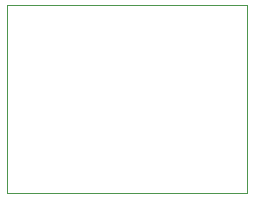
<source format=gbr>
G04 (created by PCBNEW (2013-june-11)-stable) date Sat 02 Aug 2014 12:41:53 PM PDT*
%MOIN*%
G04 Gerber Fmt 3.4, Leading zero omitted, Abs format*
%FSLAX34Y34*%
G01*
G70*
G90*
G04 APERTURE LIST*
%ADD10C,0.00590551*%
%ADD11C,0.00393701*%
G04 APERTURE END LIST*
G54D10*
G54D11*
X105500Y-46500D02*
X105500Y-40250D01*
X113500Y-46500D02*
X105500Y-46500D01*
X113500Y-40250D02*
X113500Y-46500D01*
X105500Y-40250D02*
X113500Y-40250D01*
M02*

</source>
